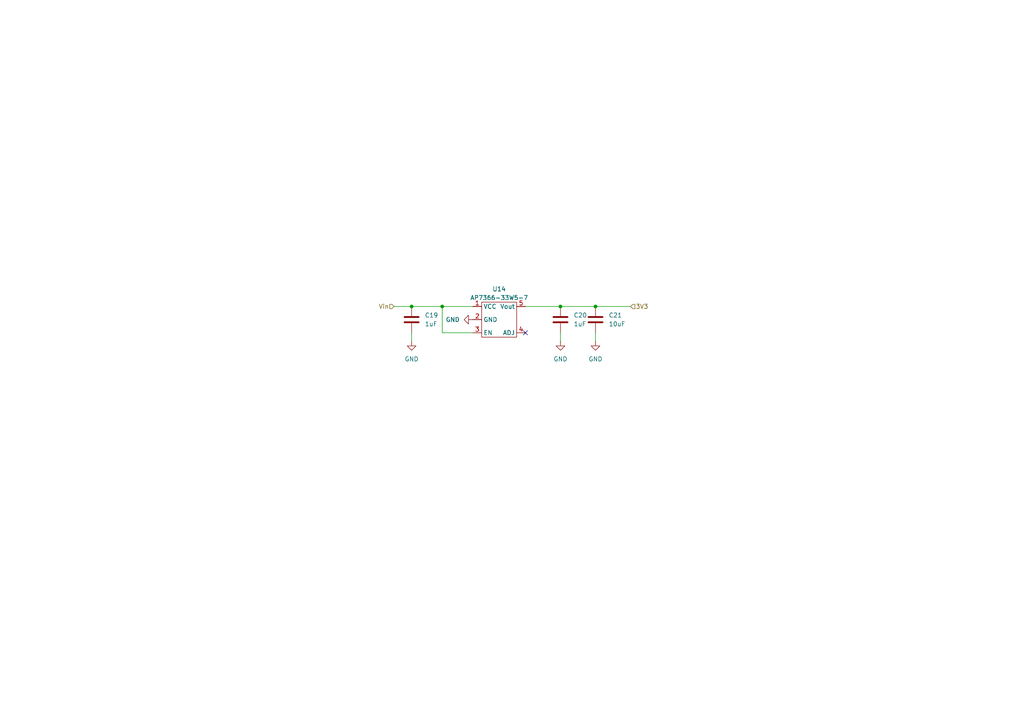
<source format=kicad_sch>
(kicad_sch (version 20231120) (generator "eeschema") (generator_version "8.0")
  (paper "A4")
  (lib_symbols
    (symbol "AP7366_SOT_25:AP7366_SOT25"
      (property "Reference" "U" (at 0 5.334 0))
      (symbol "AP7366_SOT25_0_1"
        (rectangle (start -5.08 3.81) (end 5.08 -6.35))
      )
      (symbol "AP7366_SOT25_1_1"
        (pin power_in line (at -7.62 2.54 0) (length 2.54) (name "VCC") (number "1"))
        (pin power_in line (at -7.62 -1.27 0) (length 2.54) (name "GND") (number "2"))
        (pin input line (at -7.62 -5.08 0) (length 2.54) (name "EN") (number "3"))
        (pin power_in line (at 7.62 -5.08 180) (length 2.54) (name "ADJ") (number "4"))
        (pin power_in line (at 7.62 2.54 180) (length 2.54) (name "Vout") (number "5"))
      )
    )
    (symbol "Device:C" (pin_numbers hide) (pin_names (offset 0.254))
      (property "Reference" "C" (at 0.635 2.54 0))
      (property "Value" "C" (at 0.635 -2.54 0))
      (symbol "C_0_1"
        (polyline (pts (xy -2.032 -0.762) (xy 2.032 -0.762)) (stroke (width 0.508)))
        (polyline (pts (xy -2.032 0.762) (xy 2.032 0.762)) (stroke (width 0.508)))
      )
      (symbol "C_1_1"
        (pin passive line (at 0 3.81 270) (length 2.794) (name "~") (number "1"))
        (pin passive line (at 0 -3.81 90) (length 2.794) (name "~") (number "2"))
      )
    )
    (symbol "power:GND" (power) (pin_numbers hide) (pin_names (offset 0) hide)
      (property "Value" "GND" (at 0 -3.81 0))
      (symbol "GND_0_1"
        (polyline (pts (xy 0 0) (xy 0 -1.27) (xy 1.27 -1.27) (xy 0 -2.54) (xy -1.27 -1.27) (xy 0 -1.27)))
      )
      (symbol "GND_1_1"
        (pin power_in line (at 0 0 270) (length 0) (name "~") (number "1"))
      )
    )
  )
  (junction (at 172.72 88.9))
  (junction (at 119.38 88.9))
  (junction (at 128.27 88.9))
  (junction (at 162.56 88.9))
  (no_connect (at 152.4 96.52))
  (wire (pts (xy 137.16 96.52) (xy 128.27 96.52)))
  (wire (pts (xy 172.72 88.9) (xy 182.88 88.9)))
  (wire (pts (xy 119.38 88.9) (xy 128.27 88.9)))
  (wire (pts (xy 128.27 96.52) (xy 128.27 88.9)))
  (wire (pts (xy 162.56 96.52) (xy 162.56 99.06)))
  (wire (pts (xy 114.3 88.9) (xy 119.38 88.9)))
  (wire (pts (xy 128.27 88.9) (xy 137.16 88.9)))
  (wire (pts (xy 172.72 88.9) (xy 162.56 88.9)))
  (wire (pts (xy 172.72 96.52) (xy 172.72 99.06)))
  (wire (pts (xy 152.4 88.9) (xy 162.56 88.9)))
  (wire (pts (xy 119.38 96.52) (xy 119.38 99.06)))
  (hierarchical_label "Vin" (shape input) (at 114.3 88.9 180))
  (hierarchical_label "3V3" (shape input) (at 182.88 88.9 0))
  (symbol (lib_id "Device:C") (at 162.56 92.71 0) (unit 1)
    (property "Reference" "C20" (at 166.37 91.4399 0) (effects (justify left)))
    (property "Value" "1uF" (at 166.37 93.9799 0) (effects (justify left)))
    (property "Footprint" "Resistor_SMD:R_0603_1608Metric" (effects (hide yes)))
    (property "Description" "Unpolarized capacitor" (effects (hide yes)))
  )
  (symbol (lib_id "power:GND") (at 172.72 99.06 0) (unit 1)
    (property "Reference" "#PWR075" (effects (hide yes)))
    (property "Value" "GND" (at 172.72 104.14 0))
    (property "Description" "Power symbol creates a global label with name \"GND\" , ground" (effects (hide yes)))
  )
  (symbol (lib_id "power:GND") (at 137.16 92.71 270) (unit 1)
    (property "Reference" "#PWR072" (effects (hide yes)))
    (property "Value" "GND" (at 133.35 92.7099 90) (effects (justify right)))
    (property "Description" "Power symbol creates a global label with name \"GND\" , ground" (effects (hide yes)))
  )
  (symbol (lib_id "AP7366_SOT_25:AP7366_SOT25") (at 144.78 91.44 0) (unit 1)
    (property "Reference" "U14" (at 144.78 83.82 0))
    (property "Value" "AP7366-33W5-7" (at 144.78 86.36 0))
    (property "Footprint" "AP7366-SOT25:AP7366" (effects (hide yes)))
  )
  (symbol (lib_id "Device:C") (at 172.72 92.71 0) (unit 1)
    (property "Reference" "C21" (at 176.53 91.4399 0) (effects (justify left)))
    (property "Value" "10uF" (at 176.53 93.9799 0) (effects (justify left)))
    (property "Footprint" "Capacitor_SMD:C_0603_1608Metric" (effects (hide yes)))
    (property "Description" "Unpolarized capacitor" (effects (hide yes)))
  )
  (symbol (lib_id "power:GND") (at 119.38 99.06 0) (unit 1)
    (property "Reference" "#PWR071" (effects (hide yes)))
    (property "Value" "GND" (at 119.38 104.14 0))
    (property "Description" "Power symbol creates a global label with name \"GND\" , ground" (effects (hide yes)))
  )
  (symbol (lib_id "power:GND") (at 162.56 99.06 0) (unit 1)
    (property "Reference" "#PWR073" (effects (hide yes)))
    (property "Value" "GND" (at 162.56 104.14 0))
    (property "Description" "Power symbol creates a global label with name \"GND\" , ground" (effects (hide yes)))
  )
  (symbol (lib_id "Device:C") (at 119.38 92.71 0) (unit 1)
    (property "Reference" "C19" (at 123.19 91.4399 0) (effects (justify left)))
    (property "Value" "1uF" (at 123.19 93.9799 0) (effects (justify left)))
    (property "Footprint" "Resistor_SMD:R_0603_1608Metric" (effects (hide yes)))
    (property "Description" "Unpolarized capacitor" (effects (hide yes)))
  )
)
</source>
